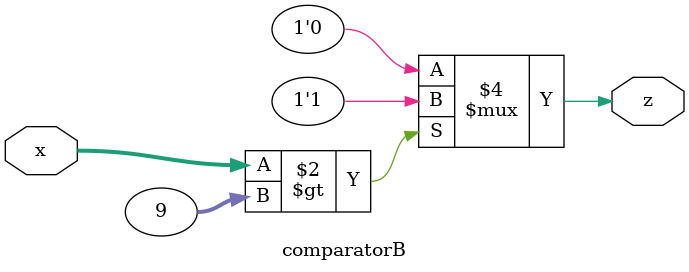
<source format=v>
module comparatorB(
	input [4:0]x,
	output reg z);
	
	always @(x) begin
		z = 0;
		if(x>9)
			z = 1;
	end
endmodule
</source>
